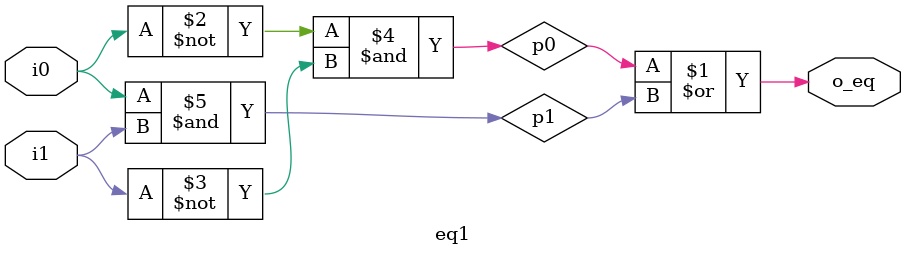
<source format=sv>
module eq1
( input var logic i0, i1,
     output var logic o_eq
);

logic p0, p1;

assign o_eq = p0 | p1;
assign p0 = ~i0 & ~i1;
assign p1 = i0 & i1;


endmodule
</source>
